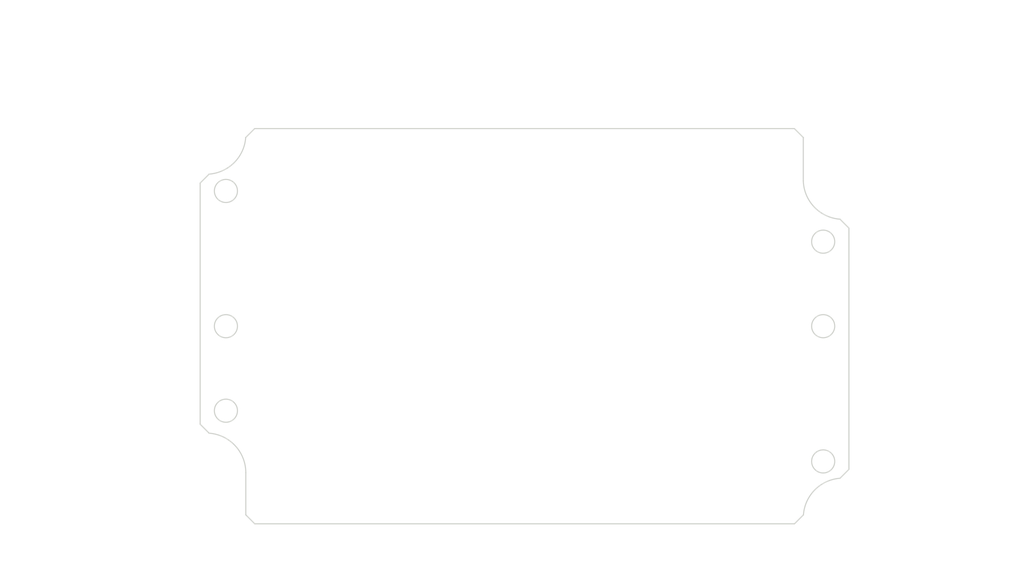
<source format=kicad_pcb>
(kicad_pcb (version 20171130) (host pcbnew "(5.1.0)-1")

  (general
    (thickness 1.6)
    (drawings 110)
    (tracks 0)
    (zones 0)
    (modules 0)
    (nets 1)
  )

  (page A4)
  (layers
    (0 F.Cu signal)
    (31 B.Cu signal)
    (32 B.Adhes user)
    (33 F.Adhes user)
    (34 B.Paste user)
    (35 F.Paste user)
    (36 B.SilkS user)
    (37 F.SilkS user)
    (38 B.Mask user)
    (39 F.Mask user)
    (40 Dwgs.User user)
    (41 Cmts.User user)
    (42 Eco1.User user)
    (43 Eco2.User user)
    (44 Edge.Cuts user)
    (45 Margin user)
    (46 B.CrtYd user)
    (47 F.CrtYd user)
    (48 B.Fab user)
    (49 F.Fab user)
  )

  (setup
    (last_trace_width 0.25)
    (trace_clearance 0.2)
    (zone_clearance 0.508)
    (zone_45_only no)
    (trace_min 0.2)
    (via_size 0.8)
    (via_drill 0.4)
    (via_min_size 0.4)
    (via_min_drill 0.3)
    (uvia_size 0.3)
    (uvia_drill 0.1)
    (uvias_allowed no)
    (uvia_min_size 0.2)
    (uvia_min_drill 0.1)
    (edge_width 0.05)
    (segment_width 0.2)
    (pcb_text_width 0.3)
    (pcb_text_size 1.5 1.5)
    (mod_edge_width 0.12)
    (mod_text_size 1 1)
    (mod_text_width 0.15)
    (pad_size 1.524 1.524)
    (pad_drill 0.762)
    (pad_to_mask_clearance 0.051)
    (solder_mask_min_width 0.25)
    (aux_axis_origin 0 0)
    (visible_elements FFFFFF7F)
    (pcbplotparams
      (layerselection 0x010fc_ffffffff)
      (usegerberextensions false)
      (usegerberattributes false)
      (usegerberadvancedattributes false)
      (creategerberjobfile false)
      (excludeedgelayer true)
      (linewidth 0.152400)
      (plotframeref false)
      (viasonmask false)
      (mode 1)
      (useauxorigin false)
      (hpglpennumber 1)
      (hpglpenspeed 20)
      (hpglpendiameter 15.000000)
      (psnegative false)
      (psa4output false)
      (plotreference true)
      (plotvalue true)
      (plotinvisibletext false)
      (padsonsilk false)
      (subtractmaskfromsilk false)
      (outputformat 1)
      (mirror false)
      (drillshape 1)
      (scaleselection 1)
      (outputdirectory ""))
  )

  (net 0 "")

  (net_class Default "This is the default net class."
    (clearance 0.2)
    (trace_width 0.25)
    (via_dia 0.8)
    (via_drill 0.4)
    (uvia_dia 0.3)
    (uvia_drill 0.1)
  )

  (gr_line (start 208.446736 85.467591) (end 208.446736 128.273141) (layer Edge.Cuts) (width 0.2))
  (gr_line (start 200.34803 69.386764) (end 200.34803 77.075978) (layer Edge.Cuts) (width 0.2))
  (gr_arc (start 94.372694 68.865479) (end 94.892763 75.880091) (angle -81.50967177) (layer Edge.Cuts) (width 0.2))
  (gr_line (start 101.405137 136.353237) (end 101.405137 128.872331) (layer Edge.Cuts) (width 0.2))
  (gr_arc (start 207.386671 136.875235) (end 206.859236 129.860641) (angle -81.44432979) (layer Edge.Cuts) (width 0.2))
  (gr_circle (center 203.876017 87.869939) (end 205.926017 87.869939) (layer Edge.Cuts) (width 0.2))
  (gr_circle (center 97.876017 102.869939) (end 99.926017 102.869939) (layer Edge.Cuts) (width 0.2))
  (gr_circle (center 203.876017 102.869939) (end 205.926017 102.869939) (layer Edge.Cuts) (width 0.2))
  (gr_circle (center 97.876017 78.869939) (end 99.926017 78.869939) (layer Edge.Cuts) (width 0.2))
  (gr_circle (center 97.876017 117.869939) (end 99.926017 117.869939) (layer Edge.Cuts) (width 0.2))
  (gr_circle (center 203.876017 126.869939) (end 205.926017 126.869939) (layer Edge.Cuts) (width 0.2))
  (gr_line (start 198.784171 137.940737) (end 102.992637 137.940737) (layer Edge.Cuts) (width 0.2))
  (gr_line (start 102.974716 67.799264) (end 198.76053 67.799264) (layer Edge.Cuts) (width 0.2))
  (gr_line (start 93.305263 120.272632) (end 93.305263 77.467591) (layer Edge.Cuts) (width 0.2))
  (gr_arc (start 94.371608 128.874328) (end 101.405137 128.872331) (angle -85.73445874) (layer Edge.Cuts) (width 0.2))
  (gr_arc (start 207.379663 76.864557) (end 200.34803 77.075978) (angle -84.03525231) (layer Edge.Cuts) (width 0.2))
  (gr_line (start 198.784171 137.940737) (end 200.371671 136.353237) (layer Edge.Cuts) (width 0.2))
  (gr_line (start 206.859236 129.860641) (end 208.446736 128.273141) (layer Edge.Cuts) (width 0.2))
  (gr_line (start 102.974716 67.799264) (end 101.387216 69.386764) (layer Edge.Cuts) (width 0.2))
  (gr_line (start 93.305263 120.272632) (end 94.892763 121.860132) (layer Edge.Cuts) (width 0.2))
  (gr_line (start 208.446736 85.467591) (end 206.859236 83.880091) (layer Edge.Cuts) (width 0.2))
  (gr_line (start 94.892763 75.880091) (end 93.305263 77.467591) (layer Edge.Cuts) (width 0.2))
  (gr_line (start 101.405137 136.353237) (end 102.992637 137.940737) (layer Edge.Cuts) (width 0.2))
  (gr_line (start 200.34803 69.386764) (end 198.76053 67.799264) (layer Edge.Cuts) (width 0.2))
  (gr_text [.59] (at 212.601549 97.2594) (layer Dwgs.User)
    (effects (font (size 1.7 1.53) (thickness 0.2125)))
  )
  (gr_text " 15.00" (at 212.601549 93.701965) (layer Dwgs.User)
    (effects (font (size 1.7 1.53) (thickness 0.2125)))
  )
  (gr_line (start 212.601549 100.869939) (end 212.601549 98.927374) (layer Dwgs.User) (width 0.2))
  (gr_line (start 212.601549 89.869939) (end 212.601549 91.812503) (layer Dwgs.User) (width 0.2))
  (gr_line (start 204.876017 102.869939) (end 215.776549 102.869939) (layer Dwgs.User) (width 0.2))
  (gr_line (start 204.876017 87.869939) (end 215.776549 87.869939) (layer Dwgs.User) (width 0.2))
  (gr_text "1.59 X 45.0° Chamfer" (at 213.401102 148.459221) (layer Dwgs.User)
    (effects (font (size 1.7 1.53) (thickness 0.2125)) (justify left bottom))
  )
  (gr_line (start 209.830462 147.580067) (end 212.330462 147.580067) (layer Dwgs.User) (width 0.2))
  (gr_line (start 201.330192 138.930115) (end 209.830462 147.580067) (layer Dwgs.User) (width 0.2))
  (gr_line (start 200.973567 139.280569) (end 201.686818 138.57966) (layer Dwgs.User) (width 0.2))
  (gr_line (start 199.577921 137.146987) (end 200.973567 139.280569) (layer Dwgs.User) (width 0.2))
  (gr_line (start 201.686818 138.57966) (end 199.577921 137.146987) (layer Dwgs.User) (width 0.2))
  (gr_line (start 200.973573 139.28057) (end 201.686826 138.579662) (layer Dwgs.User) (width 0.2))
  (gr_line (start 199.577927 137.146986) (end 200.973573 139.28057) (layer Dwgs.User) (width 0.2))
  (gr_line (start 201.686826 138.579662) (end 199.577927 137.146986) (layer Dwgs.User) (width 0.2))
  (gr_line (start 201.330192 138.930115) (end 199.577921 137.146987) (layer Dwgs.User) (width 0.2))
  (gr_text [1.54] (at 224.554755 109.2594) (layer Dwgs.User)
    (effects (font (size 1.7 1.53) (thickness 0.2125)))
  )
  (gr_text " 39.00" (at 224.554755 105.701385) (layer Dwgs.User)
    (effects (font (size 1.7 1.53) (thickness 0.2125)))
  )
  (gr_line (start 224.554755 89.869939) (end 224.554755 103.811924) (layer Dwgs.User) (width 0.2))
  (gr_line (start 224.554755 124.869939) (end 224.554755 110.927954) (layer Dwgs.User) (width 0.2))
  (gr_line (start 204.876017 87.869939) (end 227.729755 87.869939) (layer Dwgs.User) (width 0.2))
  (gr_line (start 204.876017 126.869939) (end 227.729755 126.869939) (layer Dwgs.User) (width 0.2))
  (gr_text [4.17] (at 156.113795 54.60098) (layer Dwgs.User)
    (effects (font (size 1.7 1.53) (thickness 0.2125)))
  )
  (gr_text " 106.00" (at 156.113795 51.043545) (layer Dwgs.User)
    (effects (font (size 1.7 1.53) (thickness 0.2125)))
  )
  (gr_line (start 201.876017 52.711519) (end 160.818808 52.711519) (layer Dwgs.User) (width 0.2))
  (gr_line (start 99.876017 52.711519) (end 151.408781 52.711519) (layer Dwgs.User) (width 0.2))
  (gr_line (start 203.876017 86.869939) (end 203.876017 49.536519) (layer Dwgs.User) (width 0.2))
  (gr_line (start 97.876017 77.869939) (end 97.876017 49.536519) (layer Dwgs.User) (width 0.2))
  (gr_text [.32] (at 107.703569 64.846116) (layer Dwgs.User)
    (effects (font (size 1.7 1.53) (thickness 0.2125)))
  )
  (gr_text " 8.08" (at 107.703569 61.28868) (layer Dwgs.User)
    (effects (font (size 1.7 1.53) (thickness 0.2125)))
  )
  (gr_line (start 101.387216 62.956654) (end 104.314722 62.956654) (layer Dwgs.User) (width 0.2))
  (gr_line (start 95.305263 62.956654) (end 99.387216 62.956654) (layer Dwgs.User) (width 0.2))
  (gr_line (start 101.387216 68.386764) (end 101.387216 59.781654) (layer Dwgs.User) (width 0.2))
  (gr_line (start 93.305263 76.467591) (end 93.305263 59.781654) (layer Dwgs.User) (width 0.2))
  (gr_text [.32] (at 80.128819 83.741885) (layer Dwgs.User)
    (effects (font (size 1.7 1.53) (thickness 0.2125)))
  )
  (gr_text " 8.08" (at 80.128819 80.18445) (layer Dwgs.User)
    (effects (font (size 1.7 1.53) (thickness 0.2125)))
  )
  (gr_line (start 85.517667 81.852424) (end 83.517667 81.852424) (layer Dwgs.User) (width 0.2))
  (gr_line (start 85.517667 75.880091) (end 85.517667 81.852424) (layer Dwgs.User) (width 0.2))
  (gr_line (start 85.517667 69.799264) (end 85.517667 73.880091) (layer Dwgs.User) (width 0.2))
  (gr_line (start 101.974716 67.799264) (end 82.342667 67.799264) (layer Dwgs.User) (width 0.2))
  (gr_line (start 93.892763 75.880091) (end 82.342667 75.880091) (layer Dwgs.User) (width 0.2))
  (gr_text [1.81] (at 84.892763 100.759573) (layer Dwgs.User)
    (effects (font (size 1.7 1.53) (thickness 0.2125)))
  )
  (gr_text " 45.98" (at 84.892763 97.202138) (layer Dwgs.User)
    (effects (font (size 1.7 1.53) (thickness 0.2125)))
  )
  (gr_line (start 84.892763 119.860132) (end 84.892763 102.427547) (layer Dwgs.User) (width 0.2))
  (gr_line (start 84.892763 77.880091) (end 84.892763 95.312676) (layer Dwgs.User) (width 0.2))
  (gr_line (start 93.892763 121.860132) (end 81.717763 121.860132) (layer Dwgs.User) (width 0.2))
  (gr_line (start 93.892763 75.880091) (end 81.717763 75.880091) (layer Dwgs.User) (width 0.2))
  (gr_text [.18] (at 81.495327 132.162093) (layer Dwgs.User)
    (effects (font (size 1.7 1.53) (thickness 0.2125)))
  )
  (gr_text " 4.57" (at 81.495327 128.608137) (layer Dwgs.User)
    (effects (font (size 1.7 1.53) (thickness 0.2125)))
  )
  (gr_line (start 91.305263 130.272632) (end 84.882435 130.272632) (layer Dwgs.User) (width 0.2))
  (gr_line (start 99.876017 130.272632) (end 101.876017 130.272632) (layer Dwgs.User) (width 0.2))
  (gr_line (start 97.876017 118.869939) (end 97.876017 133.447632) (layer Dwgs.User) (width 0.2))
  (gr_line (start 93.305263 121.272632) (end 93.305263 133.447632) (layer Dwgs.User) (width 0.2))
  (gr_text [.79] (at 107.893659 146.442018) (layer Dwgs.User)
    (effects (font (size 1.7 1.53) (thickness 0.2125)))
  )
  (gr_text " 20.07" (at 107.893659 142.884583) (layer Dwgs.User)
    (effects (font (size 1.7 1.53) (thickness 0.2125)))
  )
  (gr_line (start 113.941169 144.552557) (end 111.941169 144.552557) (layer Dwgs.User) (width 0.2))
  (gr_line (start 113.941169 137.940737) (end 113.941169 144.552557) (layer Dwgs.User) (width 0.2))
  (gr_line (start 113.941169 119.869939) (end 113.941169 135.940737) (layer Dwgs.User) (width 0.2))
  (gr_line (start 98.876017 117.869939) (end 117.116169 117.869939) (layer Dwgs.User) (width 0.2))
  (gr_line (start 97.876017 117.959939) (end 97.876017 117.779939) (layer Dwgs.User) (width 0.2))
  (gr_line (start 97.786017 117.869939) (end 97.966017 117.869939) (layer Dwgs.User) (width 0.2))
  (gr_text " ∅4.10\n[∅0.16]" (at 110.160995 111.059563) (layer Dwgs.User)
    (effects (font (size 1.7 1.53) (thickness 0.2125)))
  )
  (gr_line (start 103.624126 111.059563) (end 100.488237 114.774973) (layer Dwgs.User) (width 0.2))
  (gr_line (start 105.624126 111.059563) (end 103.624126 111.059563) (layer Dwgs.User) (width 0.2))
  (gr_text [R0.28] (at 217.071909 141.624236) (layer Dwgs.User)
    (effects (font (size 1.7 1.53) (thickness 0.2125)))
  )
  (gr_text " R7.03" (at 217.071909 138.066221) (layer Dwgs.User)
    (effects (font (size 1.7 1.53) (thickness 0.2125)))
  )
  (gr_line (start 210.601138 139.734775) (end 203.625217 133.529103) (layer Dwgs.User) (width 0.2))
  (gr_line (start 212.601138 139.734775) (end 210.601138 139.734775) (layer Dwgs.User) (width 0.2))
  (gr_text [3.90] (at 147.74563 59.215201) (layer Dwgs.User)
    (effects (font (size 1.7 1.53) (thickness 0.2125)))
  )
  (gr_text " 98.96" (at 147.74563 55.657766) (layer Dwgs.User)
    (effects (font (size 1.7 1.53) (thickness 0.2125)))
  )
  (gr_line (start 198.34803 57.32574) (end 151.79256 57.32574) (layer Dwgs.User) (width 0.2))
  (gr_line (start 103.387216 57.32574) (end 143.698699 57.32574) (layer Dwgs.User) (width 0.2))
  (gr_line (start 200.34803 68.386764) (end 200.34803 54.15074) (layer Dwgs.User) (width 0.2))
  (gr_line (start 101.387216 68.386764) (end 101.387216 54.15074) (layer Dwgs.User) (width 0.2))
  (gr_text [2.76] (at 61.807491 104.759462) (layer Dwgs.User)
    (effects (font (size 1.7 1.53) (thickness 0.2125)))
  )
  (gr_text " 70.14" (at 61.807491 101.202026) (layer Dwgs.User)
    (effects (font (size 1.7 1.53) (thickness 0.2125)))
  )
  (gr_line (start 61.807491 69.799264) (end 61.807491 99.312565) (layer Dwgs.User) (width 0.2))
  (gr_line (start 61.807491 135.940737) (end 61.807491 106.427436) (layer Dwgs.User) (width 0.2))
  (gr_line (start 101.974716 67.799264) (end 58.632491 67.799264) (layer Dwgs.User) (width 0.2))
  (gr_line (start 101.992637 137.940737) (end 58.632491 137.940737) (layer Dwgs.User) (width 0.2))
  (gr_text [4.53] (at 147.667423 50.143173) (layer Dwgs.User)
    (effects (font (size 1.7 1.53) (thickness 0.2125)))
  )
  (gr_text " 115.14" (at 147.667423 46.585738) (layer Dwgs.User)
    (effects (font (size 1.7 1.53) (thickness 0.2125)))
  )
  (gr_line (start 206.446736 48.253712) (end 152.371857 48.253712) (layer Dwgs.User) (width 0.2))
  (gr_line (start 95.305263 48.253712) (end 142.962989 48.253712) (layer Dwgs.User) (width 0.2))
  (gr_line (start 208.446736 84.467591) (end 208.446736 45.078712) (layer Dwgs.User) (width 0.2))
  (gr_line (start 93.305263 76.467591) (end 93.305263 45.078712) (layer Dwgs.User) (width 0.2))

)

</source>
